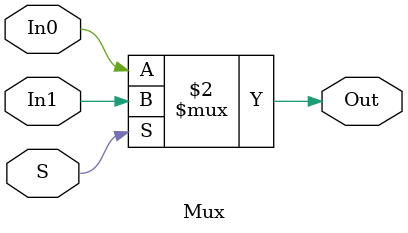
<source format=v>
module  FloatingPointAdder(
    input [31:0] A,
    input [31:0] B,
    output [31:0] Out
);

    wire [7:0] EA, EB;                                      //  Exponent of A, B
    wire [23:0] MA, MB, MA2C, MB2C, finalMA, finalMB;       //  Mantissa of A, B

    assign MA = { 1'b1, A[22:0] };
    assign MB = { 1'b1, B[22:0] };
    assign EA = A[30:23];
    assign EB = B[30:23];
    //  Bit no. 31 is the sign bit

    Complement2s #(24) MA2Comp (MA, MA2C);        //  2's complement of MA
    Complement2s #(24) MB2Comp (MB, MB2C);        //  2's complement of MB
    assign finalMA = (A[31] == 1'b1 && B[31] == 1'b0) ? MA2C : MA;      //  Check if A only is -ve
    assign finalMB = (B[31] == 1'b1 && A[31] == 1'b0) ? MB2C : MB;      //  Check if B only is -ve
    //  in case both are -ve or +ve => add normally

    // shift then 2c ?

    //  Get difference between exponents
    wire [7:0] E_D;
    wire E_B;
    Subtractor sub(EA, EB, E_D, E_B);

    wire [23:0] M1, M2;
    Mux_N #(24) rightshiftertop(finalMB, finalMA, E_B, M1);       //  Mantissa to be right shifted (have lower exponent)
    Mux_N #(24)  addertop(finalMA, finalMB, E_B, M2);             //  Mantissa to be added directly (have higher exponent)

    wire [23:0] shift_out;
    wire shift_sign;
    assign shift_sign = (E_B == 0 & B[31] == 1'b1 & A[31] == 1'b0) | (E_B == 1 & A[31] == 1'b1 & B[31] == 1'b0);
    BarrelShifter RSH(M1, shift_sign, shift_out, E_D);

    wire [23:0] sumM;
    wire cout, OF;

    //  Adding Mentessas
    carry_increment_adder A1(M2, shift_out, sumM, 1'b0, cout, OF);

    //  Get max Exponent
    wire [7:0] maxexp;
    assign maxexp = (E_B == 0) ? EA : EB;
    
    wire [7:0] finalE_, finalE;
    wire pos_neg;
    assign pos_neg = A[31] ^ B[31];
    ControlledIncrementor finexp(cout, pos_neg, maxexp, finalE_);
    
    wire [23:0] finalM_, finalM__, finalM, finalM2C;
    wire [7:0] select;
    assign select = {4'b0000000, (cout & (~pos_neg))};
    BarrelShifter finalshifter(sumM, 1'b0, finalM_, select);
    Complement2s #(24) finakM2Comp (finalM_, finalM2C);
    assign finalM__ = (~cout & pos_neg) ? finalM2C : finalM_;
    wire [4:0] normalize_value;
    assign normalize_value = (pos_neg) ? (
        (finalM__[23] == 1) ? 0 :
        (finalM__[22] == 1) ? 1 :
        (finalM__[21] == 1) ? 2 :
        (finalM__[20] == 1) ? 3 :
        (finalM__[19] == 1) ? 4 :
        (finalM__[18] == 1) ? 5 :
        (finalM__[17] == 1) ? 6 :
        (finalM__[16] == 1) ? 7 :
        (finalM__[15] == 1) ? 8 :
        (finalM__[14] == 1) ? 9 :
        (finalM__[13] == 1) ? 10 :
        (finalM__[12] == 1) ? 11 :
        (finalM__[11] == 1) ? 12 :
        (finalM__[10] == 1) ? 13 :
        (finalM__[9] == 1) ? 14 :
        (finalM__[8] == 1) ? 15 :
        (finalM__[7] == 1) ? 16 :
        (finalM__[6] == 1) ? 17 :
        (finalM__[5] == 1) ? 18 :
        (finalM__[4] == 1) ? 19 :
        (finalM__[3] == 1) ? 20 :
        (finalM__[2] == 1) ? 21 :
        (finalM__[1] == 1) ? 22 : 23
    ) : 0;
    BarrelLeftShifter normalize(finalM__, finalM, normalize_value);
    assign finalE = finalE_ - normalize_value;
    assign Out[30:0] = { finalE, finalM[22:0] };
    assign Out[31] = (A[31] & B[31]) | (~cout & pos_neg);
endmodule

module incrementor(inS,outS,cin1,cin2,cout);
input[3:0]inS;
input cin1,cin2;
output cout;
output[3:0]outS;

wire [3:0]w;

genvar i;
generate
for(i=0;i<4;i=i+1)
if(i==0)
half_adder HA(inS[0],cin1,outS[0],w[0]);
else
half_adder HA(inS[i],w[i-1],outS[i],w[i]);
endgenerate

assign cout=cin2|w[3];

endmodule

module carry_increment_adder #(parameter N=24)(in1,in2,s,cin,cout,OF);

input [N-1:0]in1,in2;
input cin;
output [N-1:0]s;
output cout;
output reg OF;


wire[(N/4)-1:0]Rcarry;
wire[(N/4)-2:0]IncCarry;
wire[N-1:0]Rout;
wire[(N/4)-1:0]ROF;


genvar i;
generate
for(i=0;i<N/4;i=i+1)
if(i==0)
begin
ripple_adder #(4) RCA (in1[3:0],in2[3:0],s[3:0],cin,Rcarry[0],ROF[i]);
assign Rout[3:0]=0;
end
else if (i==1)
begin
ripple_adder #(4) RCA (in1[4*i+3:4*i],in2[4*i+3:4*i],Rout[4*i+3:4*i],1'b0,Rcarry[i],ROF[i]);
incrementor inc (Rout[4*i+3:4*i],s[4*i+3:4*i],Rcarry[i-1],Rcarry[i],IncCarry[0]);
end
else
begin
ripple_adder #(4) RCA (in1[4*i+3:4*i],in2[4*i+3:4*i],Rout[4*i+3:4*i],1'b0,Rcarry[i],ROF[i]);
incrementor inc (Rout[4*i+3:4*i],s[4*i+3:4*i],IncCarry[i-2],Rcarry[i],IncCarry[i-1]);
end
endgenerate

assign cout=IncCarry[(N/4)-2];

always @ *
begin
if((in1[N-1]==0 && in2[N-1]==0 && s[N-1]==1) ||(in1[N-1]==1&&in2[N-1]==1 &&s[N-1]==0))
  OF=1;
else
  OF=0;
end
endmodule

module ripple_adder #(parameter N=4)(in1,in2,s,cin,cout,OF);

input [N-1:0]in1,in2;
input cin;
output [N-1:0]s;
output cout;
output reg OF;

wire[N:0]carry;
assign carry[0]=cin;
assign cout=carry[N];



genvar i;
generate
for(i=0;i<N;i=i+1)
full_adder FA(in1[i],in2[i],carry[i],s[i],carry[i+1]);
endgenerate

always @ *
begin
if((in1[N-1]==0 && in2[N-1]==0 && s[N-1]==1) ||(in1[N-1]==1&&in2[N-1]==1 &&s[N-1]==0))
  OF=1;
else
  OF=0;
end


endmodule

module BarrelLeftShifter(
    input [23:0] In,
    output [23:0] Out,
    input [4:0] Shift
);
    wire [23:0]a;
    genvar i;
    generate
	begin
	for(i=23;i>0;i=i-1) begin
	    Mux M(In[i] , In[i-1] , Shift[0] , a[i]);
	end
	Mux M1(In[0] , 1'b0 , Shift[0] , a[0]);
	end
    endgenerate

    wire [23:0]a1;
    genvar j , k;
    generate
	for(j=23;j>1;j=j-1) begin
		Mux M2(a[j] , a[j-2] , Shift[1] , a1[j]);
	end
	for(k=1;k>=0;k=k-1) begin
	    Mux M3(a[k] , 1'b0 , Shift[1] , a1[k]);
	end
    endgenerate

    wire [23:0]a2;
    genvar p , q;
    generate
	for(p=23;p>3;p=p-1) begin
		Mux M4(a1[p] , a1[p-4] , Shift[2] , a2[p]);
	end
	for(k=3;k>=0;k=k-1) begin
		Mux M5(a1[k] , 1'b0 , Shift[2] , a2[k]);
	end
    endgenerate

    wire [23:0]a3;
    genvar x , y;
    generate
	for(x=23;x>7;x=x-1) begin
	    Mux M6(a2[x] , a2[x-8] , Shift[3] , a3[x]);
	end
	for(y=7;y>=0;y=y-1) begin
	    Mux M7(a2[y] , 1'b0 , Shift[3] , a3[y]);
	end
    endgenerate

    wire [23:0]a4;
    genvar s , t;
    generate
	for(s=23;s>15;s=s-1) begin
		Mux M8(a3[s] , a3[s-16] , Shift[4] , a4[s]);
	end
	for(t=15;t>=0;t=t-1) begin:b13
		Mux M9(a3[t] , 1'b0 , Shift[4] , a4[t]);
	end
    endgenerate

    assign Out = a4;

endmodule

module BarrelShifter(
    input [23:0] In,
    input shift_sign,
    output [23:0] Out,
    input [7:0] Shift
);
    wire [23:0]a;
    genvar i;
    generate
	begin
	for(i=0;i<23;i=i+1) begin
	    Mux M(In[i] , In[i+1] , Shift[0] , a[i]);
	end
	Mux M1(In[23] , shift_sign , Shift[0] , a[23]);
	end
    endgenerate

    wire [23:0]a1;
    genvar j , k;
    generate
	for(j=0;j<22;j=j+1) begin
		Mux M2(a[j] , a[j+2] , Shift[1] , a1[j]);
	end
	for(k=22;k<24;k=k+1) begin
	    Mux M3(a[k] , shift_sign , Shift[1] , a1[k]);
	end
    endgenerate

    wire [23:0]a2;
    genvar p , q;
    generate
	for(p=0;p<20;p=p+1) begin
		Mux M4(a1[p] , a1[p+4] , Shift[2] , a2[p]);
	end
	for(k=20;k<24;k=k+1) begin
		Mux M5(a1[k] , shift_sign , Shift[2] , a2[k]);
	end
    endgenerate

    wire [23:0]a3;
    genvar x , y;
    generate
	for(x=0;x<16;x=x+1) begin
	    Mux M6(a2[x] , a2[x+8] , Shift[3] , a3[x]);
	end
	for(y=16;y<24;y=y+1) begin
	    Mux M7(a2[y] , shift_sign , Shift[3] , a3[y]);
	end
    endgenerate

    wire [23:0]a4;
    genvar s , t;
    generate
	for(s=0;s<8;s=s+1) begin
		Mux M8(a3[s] , a3[s+16] , Shift[4] , a4[s]);
	end
	for(t=8;t<24;t=t+1) begin:b13
		Mux M9(a3[t] , shift_sign , Shift[4] , a4[t]);
	end
    endgenerate

    assign Out = (Shift[5] | Shift[6] | Shift[7]) ? shift_sign : a4;

endmodule

module ControlledIncrementor(
    input A,
    input pos_neg,
    input [7:0] Z,
    output [7:0] Out
);
    assign Out = (pos_neg) ? (Z) : (Z + A);
endmodule  

//////////////////////
//////////////////////

module Mux_N #(parameter N = 8) (
    input [N-1:0] A,
    input [N-1:0] B,
    input S,
	output [N-1:0] Out
);
    assign Out[N-1:0] = (S == 0) ? A : B;
endmodule

//////////////////////
//////////////////////

module Subtractor(
    input [7:0] A,
    input [7:0] B,
    output [7:0] Out,
    output b
);	 
    wire [7:0] d;
    wire [7:0] d2c;

    Subtractor_N_Bit S (A, B, d, b);
    Complement2s C (d, d2c);
    assign Out = (b == 1'b1) ? d2c : d;
endmodule

module Complement2s #(parameter N = 8) (
    input [N-1:0] A,
    output [N-1:0] Out
);
    assign Out[N-1:0] = ~A[N-1:0] + 1'b1;
endmodule

//////////////////////
//////////////////////

module Subtractor_N_Bit #(parameter N = 8) (
    input [N-1:0] A,
    input [N-1:0] B,
    output [N-1:0] D,
    output Bout
);
    wire [N-1:0] w;
    assign Bout = w[N-1];

    half_sub H1(A[0],B[0],D[0],w[0]);

    genvar i;
    generate
        for(i = 1; i < N; i=i+1) begin
            full_sub FS(A[i],B[i],w[i-1],D[i],w[i]);
        end
    endgenerate
endmodule

//////////////////////
//////////////////////

module full_sub(
    input A,
    input B,
    input Bin,
    output D,
    output Bout
);
    assign D = A ^ B ^ Bin;
    assign Bout = ((~A) & B) | (~(A ^ B) & Bin);
endmodule

//////////////////////
//////////////////////

module half_sub(
    input A,
    input B,
    output D,
    output Bout
);
    assign D = A ^ B;
    assign Bout = ~A & B;
endmodule

//////////////////////
//////////////////////

module full_adder(
    input A,
    input B,
    input Cin,
    output S,
    output Cout
);
    assign S = A ^ B ^ Cin;
    assign Cout = ((A ^ B) & Cin) | (A & B);
endmodule

//////////////////////
//////////////////////

module half_adder(
    input A,
    input B,
    output S,
    output C
);
    assign S = A ^ B;
    assign C = A & B;
endmodule

//////////////////////
//////////////////////

module Mux(
    input In0,
    input In1,
    input S,
	output Out
);
    assign Out = (S == 0) ? In0 : In1;
endmodule
</source>
